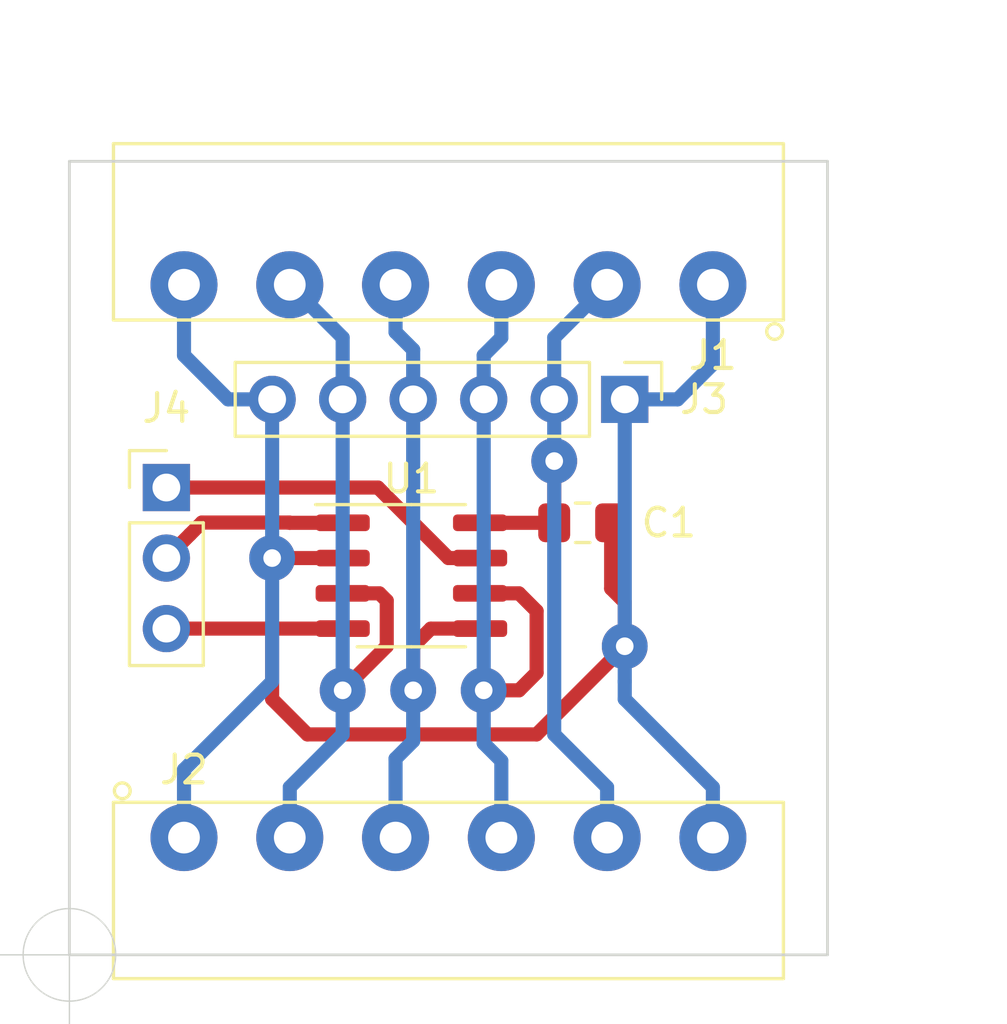
<source format=kicad_pcb>
(kicad_pcb (version 20171130) (host pcbnew "(5.1.4)-1")

  (general
    (thickness 1.6)
    (drawings 11)
    (tracks 79)
    (zones 0)
    (modules 6)
    (nets 9)
  )

  (page A4)
  (layers
    (0 F.Cu signal)
    (31 B.Cu signal)
    (32 B.Adhes user)
    (33 F.Adhes user)
    (34 B.Paste user)
    (35 F.Paste user)
    (36 B.SilkS user)
    (37 F.SilkS user)
    (38 B.Mask user)
    (39 F.Mask user)
    (40 Dwgs.User user)
    (41 Cmts.User user)
    (42 Eco1.User user)
    (43 Eco2.User user)
    (44 Edge.Cuts user)
    (45 Margin user)
    (46 B.CrtYd user)
    (47 F.CrtYd user)
    (48 B.Fab user hide)
    (49 F.Fab user hide)
  )

  (setup
    (last_trace_width 0.508)
    (trace_clearance 0.2)
    (zone_clearance 0.508)
    (zone_45_only no)
    (trace_min 0.2)
    (via_size 1.651)
    (via_drill 0.635)
    (via_min_size 0.4)
    (via_min_drill 0.3)
    (uvia_size 0.3)
    (uvia_drill 0.1)
    (uvias_allowed no)
    (uvia_min_size 0.2)
    (uvia_min_drill 0.1)
    (edge_width 0.05)
    (segment_width 0.2)
    (pcb_text_width 0.3)
    (pcb_text_size 1.5 1.5)
    (mod_edge_width 0.12)
    (mod_text_size 1 1)
    (mod_text_width 0.15)
    (pad_size 1.524 1.524)
    (pad_drill 0.762)
    (pad_to_mask_clearance 0.051)
    (solder_mask_min_width 0.25)
    (aux_axis_origin 0 0)
    (grid_origin 130.81 71.12)
    (visible_elements FFFFFFFF)
    (pcbplotparams
      (layerselection 0x010fc_ffffffff)
      (usegerberextensions false)
      (usegerberattributes false)
      (usegerberadvancedattributes false)
      (creategerberjobfile false)
      (excludeedgelayer true)
      (linewidth 0.100000)
      (plotframeref false)
      (viasonmask false)
      (mode 1)
      (useauxorigin false)
      (hpglpennumber 1)
      (hpglpenspeed 20)
      (hpglpendiameter 15.000000)
      (psnegative false)
      (psa4output false)
      (plotreference true)
      (plotvalue true)
      (plotinvisibletext false)
      (padsonsilk false)
      (subtractmaskfromsilk false)
      (outputformat 1)
      (mirror false)
      (drillshape 1)
      (scaleselection 1)
      (outputdirectory ""))
  )

  (net 0 "")
  (net 1 GND)
  (net 2 +5V)
  (net 3 /EB-)
  (net 4 /EB+)
  (net 5 /EA-)
  (net 6 /EA+)
  (net 7 /A)
  (net 8 /B)

  (net_class Default "This is the default net class."
    (clearance 0.2)
    (trace_width 0.508)
    (via_dia 1.651)
    (via_drill 0.635)
    (uvia_dia 0.3)
    (uvia_drill 0.1)
    (add_net +5V)
    (add_net /A)
    (add_net /B)
    (add_net /EA+)
    (add_net /EA-)
    (add_net /EB+)
    (add_net /EB-)
    (add_net GND)
  )

  (module Connector_PinHeader_2.54mm:PinHeader_1x03_P2.54mm_Vertical (layer F.Cu) (tedit 59FED5CC) (tstamp 5E498C5E)
    (at 134.3025 54.2925)
    (descr "Through hole straight pin header, 1x03, 2.54mm pitch, single row")
    (tags "Through hole pin header THT 1x03 2.54mm single row")
    (path /5E4B189C)
    (fp_text reference J4 (at 0 -2.8575) (layer F.SilkS)
      (effects (font (size 1 1) (thickness 0.15)))
    )
    (fp_text value Conn_01x03_Male (at 0 7.41) (layer F.Fab)
      (effects (font (size 1 1) (thickness 0.15)))
    )
    (fp_text user %R (at 0 2.54 90) (layer F.Fab)
      (effects (font (size 1 1) (thickness 0.15)))
    )
    (fp_line (start 1.8 -1.8) (end -1.8 -1.8) (layer F.CrtYd) (width 0.05))
    (fp_line (start 1.8 6.85) (end 1.8 -1.8) (layer F.CrtYd) (width 0.05))
    (fp_line (start -1.8 6.85) (end 1.8 6.85) (layer F.CrtYd) (width 0.05))
    (fp_line (start -1.8 -1.8) (end -1.8 6.85) (layer F.CrtYd) (width 0.05))
    (fp_line (start -1.33 -1.33) (end 0 -1.33) (layer F.SilkS) (width 0.12))
    (fp_line (start -1.33 0) (end -1.33 -1.33) (layer F.SilkS) (width 0.12))
    (fp_line (start -1.33 1.27) (end 1.33 1.27) (layer F.SilkS) (width 0.12))
    (fp_line (start 1.33 1.27) (end 1.33 6.41) (layer F.SilkS) (width 0.12))
    (fp_line (start -1.33 1.27) (end -1.33 6.41) (layer F.SilkS) (width 0.12))
    (fp_line (start -1.33 6.41) (end 1.33 6.41) (layer F.SilkS) (width 0.12))
    (fp_line (start -1.27 -0.635) (end -0.635 -1.27) (layer F.Fab) (width 0.1))
    (fp_line (start -1.27 6.35) (end -1.27 -0.635) (layer F.Fab) (width 0.1))
    (fp_line (start 1.27 6.35) (end -1.27 6.35) (layer F.Fab) (width 0.1))
    (fp_line (start 1.27 -1.27) (end 1.27 6.35) (layer F.Fab) (width 0.1))
    (fp_line (start -0.635 -1.27) (end 1.27 -1.27) (layer F.Fab) (width 0.1))
    (pad 3 thru_hole oval (at 0 5.08) (size 1.7 1.7) (drill 1) (layers *.Cu *.Mask)
      (net 1 GND))
    (pad 2 thru_hole oval (at 0 2.54) (size 1.7 1.7) (drill 1) (layers *.Cu *.Mask)
      (net 8 /B))
    (pad 1 thru_hole rect (at 0 0) (size 1.7 1.7) (drill 1) (layers *.Cu *.Mask)
      (net 7 /A))
    (model ${KISYS3DMOD}/Connector_PinHeader_2.54mm.3dshapes/PinHeader_1x03_P2.54mm_Vertical.wrl
      (at (xyz 0 0 0))
      (scale (xyz 1 1 1))
      (rotate (xyz 0 0 0))
    )
  )

  (module Connector_PinHeader_2.54mm:PinHeader_1x06_P2.54mm_Vertical (layer F.Cu) (tedit 59FED5CC) (tstamp 5E498C47)
    (at 150.8125 51.1175 270)
    (descr "Through hole straight pin header, 1x06, 2.54mm pitch, single row")
    (tags "Through hole pin header THT 1x06 2.54mm single row")
    (path /5E4ACA18)
    (fp_text reference J3 (at 0 -2.8575 180) (layer F.SilkS)
      (effects (font (size 1 1) (thickness 0.15)))
    )
    (fp_text value Conn_01x06_Male (at 0 15.03 90) (layer F.Fab)
      (effects (font (size 1 1) (thickness 0.15)))
    )
    (fp_text user %R (at 0 6.35) (layer F.Fab)
      (effects (font (size 1 1) (thickness 0.15)))
    )
    (fp_line (start 1.8 -1.8) (end -1.8 -1.8) (layer F.CrtYd) (width 0.05))
    (fp_line (start 1.8 14.5) (end 1.8 -1.8) (layer F.CrtYd) (width 0.05))
    (fp_line (start -1.8 14.5) (end 1.8 14.5) (layer F.CrtYd) (width 0.05))
    (fp_line (start -1.8 -1.8) (end -1.8 14.5) (layer F.CrtYd) (width 0.05))
    (fp_line (start -1.33 -1.33) (end 0 -1.33) (layer F.SilkS) (width 0.12))
    (fp_line (start -1.33 0) (end -1.33 -1.33) (layer F.SilkS) (width 0.12))
    (fp_line (start -1.33 1.27) (end 1.33 1.27) (layer F.SilkS) (width 0.12))
    (fp_line (start 1.33 1.27) (end 1.33 14.03) (layer F.SilkS) (width 0.12))
    (fp_line (start -1.33 1.27) (end -1.33 14.03) (layer F.SilkS) (width 0.12))
    (fp_line (start -1.33 14.03) (end 1.33 14.03) (layer F.SilkS) (width 0.12))
    (fp_line (start -1.27 -0.635) (end -0.635 -1.27) (layer F.Fab) (width 0.1))
    (fp_line (start -1.27 13.97) (end -1.27 -0.635) (layer F.Fab) (width 0.1))
    (fp_line (start 1.27 13.97) (end -1.27 13.97) (layer F.Fab) (width 0.1))
    (fp_line (start 1.27 -1.27) (end 1.27 13.97) (layer F.Fab) (width 0.1))
    (fp_line (start -0.635 -1.27) (end 1.27 -1.27) (layer F.Fab) (width 0.1))
    (pad 6 thru_hole oval (at 0 12.7 270) (size 1.7 1.7) (drill 1) (layers *.Cu *.Mask)
      (net 3 /EB-))
    (pad 5 thru_hole oval (at 0 10.16 270) (size 1.7 1.7) (drill 1) (layers *.Cu *.Mask)
      (net 4 /EB+))
    (pad 4 thru_hole oval (at 0 7.62 270) (size 1.7 1.7) (drill 1) (layers *.Cu *.Mask)
      (net 6 /EA+))
    (pad 3 thru_hole oval (at 0 5.08 270) (size 1.7 1.7) (drill 1) (layers *.Cu *.Mask)
      (net 5 /EA-))
    (pad 2 thru_hole oval (at 0 2.54 270) (size 1.7 1.7) (drill 1) (layers *.Cu *.Mask)
      (net 2 +5V))
    (pad 1 thru_hole rect (at 0 0 270) (size 1.7 1.7) (drill 1) (layers *.Cu *.Mask)
      (net 1 GND))
    (model ${KISYS3DMOD}/Connector_PinHeader_2.54mm.3dshapes/PinHeader_1x06_P2.54mm_Vertical.wrl
      (at (xyz 0 0 0))
      (scale (xyz 1 1 1))
      (rotate (xyz 0 0 0))
    )
  )

  (module Capacitor_SMD:C_0805_2012Metric_Pad1.15x1.40mm_HandSolder (layer F.Cu) (tedit 5B36C52B) (tstamp 5E498BF5)
    (at 149.2975 55.5625)
    (descr "Capacitor SMD 0805 (2012 Metric), square (rectangular) end terminal, IPC_7351 nominal with elongated pad for handsoldering. (Body size source: https://docs.google.com/spreadsheets/d/1BsfQQcO9C6DZCsRaXUlFlo91Tg2WpOkGARC1WS5S8t0/edit?usp=sharing), generated with kicad-footprint-generator")
    (tags "capacitor handsolder")
    (path /5E4B6BA4)
    (attr smd)
    (fp_text reference C1 (at 3.1025 0 180) (layer F.SilkS)
      (effects (font (size 1 1) (thickness 0.15)))
    )
    (fp_text value C (at 0 1.65 180) (layer F.Fab)
      (effects (font (size 1 1) (thickness 0.15)))
    )
    (fp_text user %R (at 0 0 180) (layer F.Fab)
      (effects (font (size 0.5 0.5) (thickness 0.08)))
    )
    (fp_line (start 1.85 0.95) (end -1.85 0.95) (layer F.CrtYd) (width 0.05))
    (fp_line (start 1.85 -0.95) (end 1.85 0.95) (layer F.CrtYd) (width 0.05))
    (fp_line (start -1.85 -0.95) (end 1.85 -0.95) (layer F.CrtYd) (width 0.05))
    (fp_line (start -1.85 0.95) (end -1.85 -0.95) (layer F.CrtYd) (width 0.05))
    (fp_line (start -0.261252 0.71) (end 0.261252 0.71) (layer F.SilkS) (width 0.12))
    (fp_line (start -0.261252 -0.71) (end 0.261252 -0.71) (layer F.SilkS) (width 0.12))
    (fp_line (start 1 0.6) (end -1 0.6) (layer F.Fab) (width 0.1))
    (fp_line (start 1 -0.6) (end 1 0.6) (layer F.Fab) (width 0.1))
    (fp_line (start -1 -0.6) (end 1 -0.6) (layer F.Fab) (width 0.1))
    (fp_line (start -1 0.6) (end -1 -0.6) (layer F.Fab) (width 0.1))
    (pad 2 smd roundrect (at 1.025 0) (size 1.15 1.4) (layers F.Cu F.Paste F.Mask) (roundrect_rratio 0.217391)
      (net 1 GND))
    (pad 1 smd roundrect (at -1.025 0) (size 1.15 1.4) (layers F.Cu F.Paste F.Mask) (roundrect_rratio 0.217391)
      (net 2 +5V))
    (model ${KISYS3DMOD}/Capacitor_SMD.3dshapes/C_0805_2012Metric.wrl
      (at (xyz 0 0 0))
      (scale (xyz 1 1 1))
      (rotate (xyz 0 0 0))
    )
  )

  (module Package_SO:SOIC-8_3.9x4.9mm_P1.27mm (layer F.Cu) (tedit 5C97300E) (tstamp 5E4986AE)
    (at 143.1275 57.4675)
    (descr "SOIC, 8 Pin (JEDEC MS-012AA, https://www.analog.com/media/en/package-pcb-resources/package/pkg_pdf/soic_narrow-r/r_8.pdf), generated with kicad-footprint-generator ipc_gullwing_generator.py")
    (tags "SOIC SO")
    (path /5E495CF8)
    (attr smd)
    (fp_text reference U1 (at 0 -3.4925) (layer F.SilkS)
      (effects (font (size 1 1) (thickness 0.15)))
    )
    (fp_text value OP275 (at 0 3.4) (layer F.Fab)
      (effects (font (size 1 1) (thickness 0.15)))
    )
    (fp_text user %R (at 0 0) (layer F.Fab)
      (effects (font (size 0.98 0.98) (thickness 0.15)))
    )
    (fp_line (start 3.7 -2.7) (end -3.7 -2.7) (layer F.CrtYd) (width 0.05))
    (fp_line (start 3.7 2.7) (end 3.7 -2.7) (layer F.CrtYd) (width 0.05))
    (fp_line (start -3.7 2.7) (end 3.7 2.7) (layer F.CrtYd) (width 0.05))
    (fp_line (start -3.7 -2.7) (end -3.7 2.7) (layer F.CrtYd) (width 0.05))
    (fp_line (start -1.95 -1.475) (end -0.975 -2.45) (layer F.Fab) (width 0.1))
    (fp_line (start -1.95 2.45) (end -1.95 -1.475) (layer F.Fab) (width 0.1))
    (fp_line (start 1.95 2.45) (end -1.95 2.45) (layer F.Fab) (width 0.1))
    (fp_line (start 1.95 -2.45) (end 1.95 2.45) (layer F.Fab) (width 0.1))
    (fp_line (start -0.975 -2.45) (end 1.95 -2.45) (layer F.Fab) (width 0.1))
    (fp_line (start 0 -2.56) (end -3.45 -2.56) (layer F.SilkS) (width 0.12))
    (fp_line (start 0 -2.56) (end 1.95 -2.56) (layer F.SilkS) (width 0.12))
    (fp_line (start 0 2.56) (end -1.95 2.56) (layer F.SilkS) (width 0.12))
    (fp_line (start 0 2.56) (end 1.95 2.56) (layer F.SilkS) (width 0.12))
    (pad 8 smd roundrect (at 2.475 -1.905) (size 1.95 0.6) (layers F.Cu F.Paste F.Mask) (roundrect_rratio 0.25)
      (net 2 +5V))
    (pad 7 smd roundrect (at 2.475 -0.635) (size 1.95 0.6) (layers F.Cu F.Paste F.Mask) (roundrect_rratio 0.25)
      (net 7 /A))
    (pad 6 smd roundrect (at 2.475 0.635) (size 1.95 0.6) (layers F.Cu F.Paste F.Mask) (roundrect_rratio 0.25)
      (net 5 /EA-))
    (pad 5 smd roundrect (at 2.475 1.905) (size 1.95 0.6) (layers F.Cu F.Paste F.Mask) (roundrect_rratio 0.25)
      (net 6 /EA+))
    (pad 4 smd roundrect (at -2.475 1.905) (size 1.95 0.6) (layers F.Cu F.Paste F.Mask) (roundrect_rratio 0.25)
      (net 1 GND))
    (pad 3 smd roundrect (at -2.475 0.635) (size 1.95 0.6) (layers F.Cu F.Paste F.Mask) (roundrect_rratio 0.25)
      (net 4 /EB+))
    (pad 2 smd roundrect (at -2.475 -0.635) (size 1.95 0.6) (layers F.Cu F.Paste F.Mask) (roundrect_rratio 0.25)
      (net 3 /EB-))
    (pad 1 smd roundrect (at -2.475 -1.905) (size 1.95 0.6) (layers F.Cu F.Paste F.Mask) (roundrect_rratio 0.25)
      (net 8 /B))
    (model ${KISYS3DMOD}/Package_SO.3dshapes/SOIC-8_3.9x4.9mm_P1.27mm.wrl
      (at (xyz 0 0 0))
      (scale (xyz 1 1 1))
      (rotate (xyz 0 0 0))
    )
  )

  (module 0MiscParts:6_Pin_3.81mm (layer F.Cu) (tedit 5E2AC273) (tstamp 5E49868F)
    (at 144.4625 66.8975)
    (path /5E494048)
    (fp_text reference J2 (at -9.525 -2.445) (layer F.SilkS)
      (effects (font (size 1 1) (thickness 0.15)))
    )
    (fp_text value Conn_01x06 (at 0 2.159) (layer F.Fab)
      (effects (font (size 1 1) (thickness 0.15)))
    )
    (fp_circle (center -11.7475 -1.68452) (end -11.6205 -1.43052) (layer F.SilkS) (width 0.12))
    (fp_line (start -12.065 -1.27) (end 12.065 -1.27) (layer F.SilkS) (width 0.12))
    (fp_line (start 12.065 -1.27) (end 12.065 5.08) (layer F.SilkS) (width 0.12))
    (fp_line (start 12.065 5.08) (end -12.065 5.08) (layer F.SilkS) (width 0.12))
    (fp_line (start -12.065 5.08) (end -12.065 -1.27) (layer F.SilkS) (width 0.12))
    (pad 6 thru_hole circle (at 9.525 0) (size 2.413 2.413) (drill 1.143) (layers *.Cu *.Mask)
      (net 1 GND))
    (pad 5 thru_hole circle (at 5.715 0) (size 2.413 2.413) (drill 1.143) (layers *.Cu *.Mask)
      (net 2 +5V))
    (pad 1 thru_hole circle (at -9.525 0) (size 2.413 2.413) (drill 1.143) (layers *.Cu *.Mask)
      (net 3 /EB-))
    (pad 2 thru_hole circle (at -5.715 0) (size 2.413 2.413) (drill 1.143) (layers *.Cu *.Mask)
      (net 4 /EB+))
    (pad 3 thru_hole circle (at -1.905 0) (size 2.413 2.413) (drill 1.143) (layers *.Cu *.Mask)
      (net 6 /EA+))
    (pad 4 thru_hole circle (at 1.905 0) (size 2.413 2.413) (drill 1.143) (layers *.Cu *.Mask)
      (net 5 /EA-))
  )

  (module 0MiscParts:6_Pin_3.81mm (layer F.Cu) (tedit 5E2AC273) (tstamp 5E498680)
    (at 144.4625 46.99 180)
    (path /5E493488)
    (fp_text reference J1 (at -9.525 -2.54) (layer F.SilkS)
      (effects (font (size 1 1) (thickness 0.15)))
    )
    (fp_text value Conn_01x06 (at 0 2.159) (layer F.Fab)
      (effects (font (size 1 1) (thickness 0.15)))
    )
    (fp_circle (center -11.7475 -1.68452) (end -11.6205 -1.43052) (layer F.SilkS) (width 0.12))
    (fp_line (start -12.065 -1.27) (end 12.065 -1.27) (layer F.SilkS) (width 0.12))
    (fp_line (start 12.065 -1.27) (end 12.065 5.08) (layer F.SilkS) (width 0.12))
    (fp_line (start 12.065 5.08) (end -12.065 5.08) (layer F.SilkS) (width 0.12))
    (fp_line (start -12.065 5.08) (end -12.065 -1.27) (layer F.SilkS) (width 0.12))
    (pad 6 thru_hole circle (at 9.525 0 180) (size 2.413 2.413) (drill 1.143) (layers *.Cu *.Mask)
      (net 3 /EB-))
    (pad 5 thru_hole circle (at 5.715 0 180) (size 2.413 2.413) (drill 1.143) (layers *.Cu *.Mask)
      (net 4 /EB+))
    (pad 1 thru_hole circle (at -9.525 0 180) (size 2.413 2.413) (drill 1.143) (layers *.Cu *.Mask)
      (net 1 GND))
    (pad 2 thru_hole circle (at -5.715 0 180) (size 2.413 2.413) (drill 1.143) (layers *.Cu *.Mask)
      (net 2 +5V))
    (pad 3 thru_hole circle (at -1.905 0 180) (size 2.413 2.413) (drill 1.143) (layers *.Cu *.Mask)
      (net 5 /EA-))
    (pad 4 thru_hole circle (at 1.905 0 180) (size 2.413 2.413) (drill 1.143) (layers *.Cu *.Mask)
      (net 6 /EA+))
  )

  (dimension 27.305 (width 0.15) (layer Dwgs.User)
    (gr_text "1.0750 in" (at 144.4625 37.435) (layer Dwgs.User)
      (effects (font (size 1 1) (thickness 0.15)))
    )
    (feature1 (pts (xy 158.115 42.545) (xy 158.115 38.148579)))
    (feature2 (pts (xy 130.81 42.545) (xy 130.81 38.148579)))
    (crossbar (pts (xy 130.81 38.735) (xy 158.115 38.735)))
    (arrow1a (pts (xy 158.115 38.735) (xy 156.988496 39.321421)))
    (arrow1b (pts (xy 158.115 38.735) (xy 156.988496 38.148579)))
    (arrow2a (pts (xy 130.81 38.735) (xy 131.936504 39.321421)))
    (arrow2b (pts (xy 130.81 38.735) (xy 131.936504 38.148579)))
  )
  (dimension 28.575 (width 0.15) (layer Dwgs.User)
    (gr_text "1.1250 in" (at 163.225 56.8325 270) (layer Dwgs.User)
      (effects (font (size 1 1) (thickness 0.15)))
    )
    (feature1 (pts (xy 158.115 71.12) (xy 162.511421 71.12)))
    (feature2 (pts (xy 158.115 42.545) (xy 162.511421 42.545)))
    (crossbar (pts (xy 161.925 42.545) (xy 161.925 71.12)))
    (arrow1a (pts (xy 161.925 71.12) (xy 161.338579 69.993496)))
    (arrow1b (pts (xy 161.925 71.12) (xy 162.511421 69.993496)))
    (arrow2a (pts (xy 161.925 42.545) (xy 161.338579 43.671504)))
    (arrow2b (pts (xy 161.925 42.545) (xy 162.511421 43.671504)))
  )
  (target plus (at 130.81 71.12) (size 5) (width 0.05) (layer Edge.Cuts))
  (gr_line (start 130.81 42.545) (end 130.81 71.12) (layer Edge.Cuts) (width 0.1))
  (gr_line (start 158.115 42.545) (end 130.81 42.545) (layer Edge.Cuts) (width 0.1))
  (gr_line (start 158.115 71.12) (end 158.115 42.545) (layer Edge.Cuts) (width 0.1))
  (gr_line (start 130.81 71.12) (end 158.115 71.12) (layer Edge.Cuts) (width 0.1))
  (gr_line (start 155.575 68.58) (end 133.35 68.58) (layer Dwgs.User) (width 0.15))
  (gr_line (start 155.575 45.085) (end 155.575 68.58) (layer Dwgs.User) (width 0.15))
  (gr_line (start 133.35 45.085) (end 155.575 45.085) (layer Dwgs.User) (width 0.15))
  (gr_line (start 133.35 68.58) (end 133.35 45.085) (layer Dwgs.User) (width 0.15))

  (segment (start 152.7175 51.1175) (end 150.8125 51.1175) (width 0.508) (layer B.Cu) (net 1))
  (segment (start 153.9875 46.99) (end 153.9875 49.8475) (width 0.508) (layer B.Cu) (net 1))
  (segment (start 153.9875 49.8475) (end 152.7175 51.1175) (width 0.508) (layer B.Cu) (net 1))
  (segment (start 150.8125 51.1175) (end 150.8125 61.2775) (width 0.508) (layer B.Cu) (net 1))
  (segment (start 150.8125 61.2775) (end 150.8125 61.2775) (width 0.508) (layer B.Cu) (net 1) (tstamp 5E4992A7))
  (via (at 150.8125 60.0075) (size 1.651) (drill 0.635) (layers F.Cu B.Cu) (net 1))
  (segment (start 140.6525 59.3725) (end 138.1125 59.3725) (width 0.508) (layer F.Cu) (net 1))
  (segment (start 138.1125 59.3725) (end 134.3025 59.3725) (width 0.508) (layer F.Cu) (net 1))
  (segment (start 153.9875 65.0875) (end 153.9875 66.8975) (width 0.508) (layer B.Cu) (net 1))
  (segment (start 150.8125 61.2775) (end 150.8125 61.9125) (width 0.508) (layer B.Cu) (net 1))
  (segment (start 150.8125 61.9125) (end 153.9875 65.0875) (width 0.508) (layer B.Cu) (net 1))
  (segment (start 150.3225 57.93) (end 150.8125 58.42) (width 0.508) (layer F.Cu) (net 1))
  (segment (start 138.1125 61.9125) (end 138.1125 59.3725) (width 0.508) (layer F.Cu) (net 1))
  (segment (start 150.3225 55.5625) (end 150.3225 57.93) (width 0.508) (layer F.Cu) (net 1))
  (segment (start 150.8125 58.42) (end 150.8125 60.0075) (width 0.508) (layer F.Cu) (net 1))
  (segment (start 150.8125 60.0075) (end 147.6375 63.1825) (width 0.508) (layer F.Cu) (net 1))
  (segment (start 147.6375 63.1825) (end 139.3825 63.1825) (width 0.508) (layer F.Cu) (net 1))
  (segment (start 139.3825 63.1825) (end 138.1125 61.9125) (width 0.508) (layer F.Cu) (net 1))
  (segment (start 148.2725 48.895) (end 148.2725 51.1175) (width 0.508) (layer B.Cu) (net 2))
  (segment (start 150.1775 46.99) (end 148.2725 48.895) (width 0.508) (layer B.Cu) (net 2))
  (segment (start 148.2725 51.1175) (end 148.2725 53.34) (width 0.508) (layer B.Cu) (net 2))
  (via (at 148.2725 53.34) (size 1.651) (drill 0.635) (layers F.Cu B.Cu) (net 2))
  (segment (start 148.2725 53.34) (end 148.2725 55.5625) (width 0.508) (layer F.Cu) (net 2))
  (segment (start 148.2725 55.5625) (end 145.6025 55.5625) (width 0.508) (layer F.Cu) (net 2))
  (segment (start 150.1775 65.0875) (end 150.1775 66.8975) (width 0.508) (layer B.Cu) (net 2))
  (segment (start 148.2725 53.34) (end 148.2725 63.1825) (width 0.508) (layer B.Cu) (net 2))
  (segment (start 148.2725 63.1825) (end 150.1775 65.0875) (width 0.508) (layer B.Cu) (net 2))
  (segment (start 134.9375 46.99) (end 134.9375 49.53) (width 0.508) (layer B.Cu) (net 3))
  (segment (start 134.9375 49.53) (end 136.525 51.1175) (width 0.508) (layer B.Cu) (net 3))
  (segment (start 136.525 51.1175) (end 138.1125 51.1175) (width 0.508) (layer B.Cu) (net 3))
  (segment (start 138.1125 51.1175) (end 138.1125 61.2775) (width 0.508) (layer B.Cu) (net 3))
  (segment (start 134.9375 64.4525) (end 134.9375 66.8975) (width 0.508) (layer B.Cu) (net 3))
  (segment (start 138.1125 61.2775) (end 138.1125 61.2775) (width 0.508) (layer B.Cu) (net 3))
  (segment (start 138.1125 61.2775) (end 134.9375 64.4525) (width 0.508) (layer B.Cu) (net 3) (tstamp 5E4990EB))
  (via (at 138.1125 56.8325) (size 1.651) (drill 0.635) (layers F.Cu B.Cu) (net 3))
  (segment (start 140.6525 56.8325) (end 138.1125 56.8325) (width 0.508) (layer F.Cu) (net 3))
  (segment (start 138.7475 46.99) (end 140.6525 48.895) (width 0.508) (layer B.Cu) (net 4))
  (segment (start 140.6525 48.895) (end 140.6525 51.1175) (width 0.508) (layer B.Cu) (net 4))
  (segment (start 140.6525 61.9125) (end 140.6525 61.9125) (width 0.508) (layer B.Cu) (net 4))
  (via (at 140.6525 61.595) (size 1.651) (drill 0.635) (layers F.Cu B.Cu) (net 4))
  (segment (start 142.24 58.36679) (end 141.97571 58.1025) (width 0.508) (layer F.Cu) (net 4))
  (segment (start 140.6525 61.595) (end 142.24 60.0075) (width 0.508) (layer F.Cu) (net 4))
  (segment (start 142.24 60.0075) (end 142.24 58.36679) (width 0.508) (layer F.Cu) (net 4))
  (segment (start 141.97571 58.1025) (end 140.6525 58.1025) (width 0.508) (layer F.Cu) (net 4))
  (segment (start 138.7475 65.0875) (end 138.7475 66.8975) (width 0.508) (layer B.Cu) (net 4))
  (segment (start 140.6525 51.1175) (end 140.6525 63.1825) (width 0.508) (layer B.Cu) (net 4))
  (segment (start 140.6525 63.1825) (end 138.7475 65.0875) (width 0.508) (layer B.Cu) (net 4))
  (segment (start 146.3675 46.99) (end 146.3675 48.895) (width 0.508) (layer B.Cu) (net 5))
  (segment (start 145.7325 49.53) (end 145.7325 51.1175) (width 0.508) (layer B.Cu) (net 5))
  (segment (start 146.3675 48.895) (end 145.7325 49.53) (width 0.508) (layer B.Cu) (net 5))
  (segment (start 145.7325 51.1175) (end 145.7325 61.595) (width 0.508) (layer B.Cu) (net 5))
  (via (at 145.7325 61.595) (size 1.651) (drill 0.635) (layers F.Cu B.Cu) (net 5))
  (segment (start 147.0025 61.595) (end 145.7325 61.595) (width 0.508) (layer F.Cu) (net 5))
  (segment (start 147.6375 60.96) (end 147.0025 61.595) (width 0.508) (layer F.Cu) (net 5))
  (segment (start 147.6375 58.7375) (end 147.6375 60.96) (width 0.508) (layer F.Cu) (net 5))
  (segment (start 145.6025 58.1025) (end 147.0025 58.1025) (width 0.508) (layer F.Cu) (net 5))
  (segment (start 147.0025 58.1025) (end 147.6375 58.7375) (width 0.508) (layer F.Cu) (net 5))
  (segment (start 146.3675 64.135) (end 146.3675 66.8975) (width 0.508) (layer B.Cu) (net 5))
  (segment (start 145.7325 61.595) (end 145.7325 63.5) (width 0.508) (layer B.Cu) (net 5))
  (segment (start 145.7325 63.5) (end 146.3675 64.135) (width 0.508) (layer B.Cu) (net 5))
  (segment (start 143.1925 49.331248) (end 143.1925 51.1175) (width 0.508) (layer B.Cu) (net 6))
  (segment (start 142.5575 46.99) (end 142.5575 48.696248) (width 0.508) (layer B.Cu) (net 6))
  (segment (start 142.5575 48.696248) (end 143.1925 49.331248) (width 0.508) (layer B.Cu) (net 6))
  (segment (start 143.1925 62.23) (end 143.1925 62.23) (width 0.508) (layer B.Cu) (net 6))
  (via (at 143.1925 61.595) (size 1.651) (drill 0.635) (layers F.Cu B.Cu) (net 6))
  (segment (start 143.1925 61.595) (end 143.1925 60.0075) (width 0.508) (layer F.Cu) (net 6))
  (segment (start 143.8275 59.3725) (end 145.6025 59.3725) (width 0.508) (layer F.Cu) (net 6))
  (segment (start 143.1925 60.0075) (end 143.8275 59.3725) (width 0.508) (layer F.Cu) (net 6))
  (segment (start 142.5575 64.055625) (end 142.5575 66.8975) (width 0.508) (layer B.Cu) (net 6))
  (segment (start 143.1925 51.1175) (end 143.1925 63.420625) (width 0.508) (layer B.Cu) (net 6))
  (segment (start 143.1925 63.420625) (end 142.5575 64.055625) (width 0.508) (layer B.Cu) (net 6))
  (segment (start 145.6025 56.8325) (end 144.4625 56.8325) (width 0.508) (layer F.Cu) (net 7))
  (segment (start 141.9225 54.2925) (end 134.3025 54.2925) (width 0.508) (layer F.Cu) (net 7))
  (segment (start 144.4625 56.8325) (end 141.9225 54.2925) (width 0.508) (layer F.Cu) (net 7))
  (segment (start 135.152499 55.982501) (end 134.3025 56.8325) (width 0.508) (layer F.Cu) (net 8))
  (segment (start 135.582001 55.552999) (end 135.152499 55.982501) (width 0.508) (layer F.Cu) (net 8))
  (segment (start 138.726661 55.552999) (end 135.582001 55.552999) (width 0.508) (layer F.Cu) (net 8))
  (segment (start 138.736162 55.5625) (end 138.726661 55.552999) (width 0.508) (layer F.Cu) (net 8))
  (segment (start 140.6525 55.5625) (end 138.736162 55.5625) (width 0.508) (layer F.Cu) (net 8))

)

</source>
